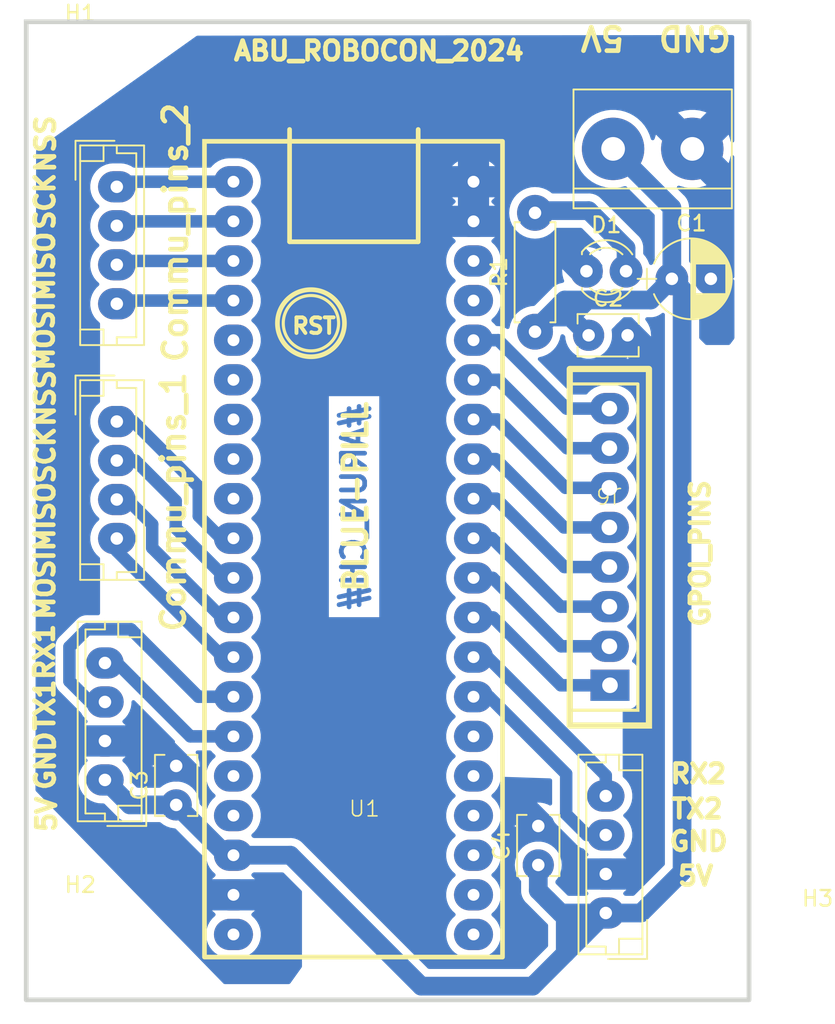
<source format=kicad_pcb>
(kicad_pcb (version 20221018) (generator pcbnew)
  (layers (0 "F.Cu" signal) (31 "B.Cu" signal) (34 "B.Paste" user) (35 "F.Paste" user) (36 "B.SilkS" user "B.Silkscreen") (37 "F.SilkS" user "F.Silkscreen") (38 "B.Mask" user) (39 "F.Mask" user) (44 "Edge.Cuts" user))
  (net 0 "")
  (net 1 "GND")
  (net 2 "Net-(D1-A)")
  (net 3 "/RX1")
  (net 4 "/TX1")
  (net 5 "/RX2")
  (net 6 "/TX2")
  (net 7 "/MOSI1")
  (net 8 "/MISO1")
  (net 9 "/SCK1")
  (net 10 "/NSS1")
  (net 11 "/MOSI2")
  (net 12 "/MISO2")
  (net 13 "/SCK2")
  (net 14 "/NSS2")
  (net 15 "Net-(J6-Pin_1)")
  (net 16 "Net-(J6-Pin_2)")
  (net 17 "Net-(J6-Pin_3)")
  (net 18 "Net-(J6-Pin_4)")
  (net 19 "Net-(J6-Pin_5)")
  (net 20 "Net-(J6-Pin_6)")
  (net 21 "Net-(J6-Pin_7)")
  (net 22 "Net-(J6-Pin_8)")
  (net 39 "/5v")
  (footprint "bluepill:bluepill" (layer "F.Cu") (at 97.785 50.485)
    (fp_text reference "U1" (at 0.2 30.3 unlocked) (layer "F.SilkS") (effects (font (thickness 0.1))))
    (fp_text value "~")
    (fp_text user "RST" (at -4.56 -0.07 unlocked) (layer "F.SilkS") (effects (font (thickness 0.25) bold) (justify left bottom)))
    (fp_line (start -4.6 -13.25) (end -4.6 -6.05) (stroke (width 0.3)) (layer "F.SilkS"))
    (fp_line (start -4.6 -6.05) (end 3.65 -6.05) (stroke (width 0.3)) (layer "F.SilkS"))
    (fp_line (start 3.65 -6.05) (end 3.65 -13.25) (stroke (width 0.3)) (layer "F.SilkS"))
    (fp_rect (start -10.06 -12.49) (end 9.06 39.81) (stroke (width 0.3)) (fill none) (layer "F.SilkS"))
    (fp_circle (center -3.23 -0.83) (end -1.454951 -0.83) (stroke (width 0.2)) (fill none) (layer "F.SilkS"))
    (fp_circle (center -3.23 -0.83) (end -1.078884 -0.83) (stroke (width 0.3)) (fill none) (layer "F.SilkS"))
    (pad "1" thru_hole oval (at -8.2 -9.9) (size 2.5 2) (drill 0.762) (layers "*.Cu" "*.Mask") (net 14 "/NSS2"))
    (pad "2" thru_hole oval (at -8.2 -7.36) (size 2.5 2) (drill 0.762) (layers "*.Cu" "*.Mask") (net 13 "/SCK2"))
    (pad "3" thru_hole oval (at -8.2 -4.82) (size 2.5 2) (drill 0.762) (layers "*.Cu" "*.Mask") (net 12 "/MISO2"))
    (pad "4" thru_hole oval (at -8.2 -2.28) (size 2.5 2) (drill 0.762) (layers "*.Cu" "*.Mask") (net 11 "/MOSI2"))
    (pad "5" thru_hole oval (at -8.2 0.26) (size 2.5 2) (drill 0.762) (layers "*.Cu" "*.Mask"))
    (pad "6" thru_hole oval (at -8.2 2.8) (size 2.5 2) (drill 0.762) (layers "*.Cu" "*.Mask"))
    (pad "7" thru_hole oval (at -8.2 5.34) (size 2.5 2) (drill 0.762) (layers "*.Cu" "*.Mask"))
    (pad "8" thru_hole oval (at -8.2 7.88) (size 2.5 2) (drill 0.762) (layers "*.Cu" "*.Mask"))
    (pad "9" thru_hole oval (at -8.2 10.42) (size 2.5 2) (drill 0.762) (layers "*.Cu" "*.Mask"))
    (pad "10" thru_hole oval (at -8.2 12.96) (size 2.5 2) (drill 0.762) (layers "*.Cu" "*.Mask") (net 10 "/NSS1"))
    (pad "11" thru_hole oval (at -8.2 15.5) (size 2.5 2) (drill 0.762) (layers "*.Cu" "*.Mask") (net 9 "/SCK1"))
    (pad "12" thru_hole oval (at -8.2 18.04) (size 2.5 2) (drill 0.762) (layers "*.Cu" "*.Mask") (net 8 "/MISO1"))
    (pad "13" thru_hole oval (at -8.2 20.58) (size 2.5 2) (drill 0.762) (layers "*.Cu" "*.Mask") (net 7 "/MOSI1"))
    (pad "14" thru_hole oval (at -8.2 23.12) (size 2.5 2) (drill 0.762) (layers "*.Cu" "*.Mask") (net 4 "/TX1"))
    (pad "15" thru_hole oval (at -8.2 25.66) (size 2.5 2) (drill 0.762) (layers "*.Cu" "*.Mask") (net 3 "/RX1"))
    (pad "16" thru_hole oval (at -8.2 28.2) (size 2.5 2) (drill 0.762) (layers "*.Cu" "*.Mask"))
    (pad "17" thru_hole oval (at -8.2 30.74) (size 2.5 2) (drill 0.762) (layers "*.Cu" "*.Mask"))
    (pad "18" thru_hole oval (at -8.2 33.28) (size 2.5 2) (drill 0.762) (layers "*.Cu" "*.Mask") (net 39 "/5v"))
    (pad "19" thru_hole oval (at -8.2 35.82) (size 2.5 2) (drill 0.762) (layers "*.Cu" "*.Mask") (net 1 "GND"))
    (pad "20" thru_hole oval (at -8.2 38.36) (size 2.5 2) (drill 0.762) (layers "*.Cu" "*.Mask"))
    (pad "21" thru_hole oval (at 7.2 38.36) (size 2.5 2) (drill 0.762) (layers "*.Cu" "*.Mask"))
    (pad "22" thru_hole oval (at 7.2 35.82) (size 2.5 2) (drill 0.762) (layers "*.Cu" "*.Mask"))
    (pad "23" thru_hole oval (at 7.2 33.28) (size 2.5 2) (drill 0.762) (layers "*.Cu" "*.Mask"))
    (pad "24" thru_hole oval (at 7.2 30.74) (size 2.5 2) (drill 0.762) (layers "*.Cu" "*.Mask"))
    (pad "25" thru_hole oval (at 7.2 28.2) (size 2.5 2) (drill 0.762) (layers "*.Cu" "*.Mask"))
    (pad "26" thru_hole oval (at 7.2 25.66) (size 2.5 2) (drill 0.762) (layers "*.Cu" "*.Mask"))
    (pad "27" thru_hole oval (at 7.2 23.12) (size 2.5 2) (drill 0.762) (layers "*.Cu" "*.Mask") (net 6 "/TX2"))
    (pad "28" thru_hole oval (at 7.2 20.58) (size 2.5 2) (drill 0.762) (layers "*.Cu" "*.Mask") (net 5 "/RX2"))
    (pad "29" thru_hole oval (at 7.2 18.04) (size 2.5 2) (drill 0.762) (layers "*.Cu" "*.Mask") (net 15 "Net-(J6-Pin_1)"))
    (pad "30" thru_hole oval (at 7.2 15.5) (size 2.5 2) (drill 0.762) (layers "*.Cu" "*.Mask") (net 16 "Net-(J6-Pin_2)"))
    (pad "31" thru_hole oval (at 7.2 12.96) (size 2.5 2) (drill 0.762) (layers "*.Cu" "*.Mask") (net 17 "Net-(J6-Pin_3)"))
    (pad "32" thru_hole oval (at 7.2 10.42) (size 2.5 2) (drill 0.762) (layers "*.Cu" "*.Mask") (net 18 "Net-(J6-Pin_4)"))
    (pad "33" thru_hole oval (at 7.2 7.88) (size 2.5 2) (drill 0.762) (layers "*.Cu" "*.Mask") (net 19 "Net-(J6-Pin_5)"))
    (pad "34" thru_hole oval (at 7.2 5.34) (size 2.5 2) (drill 0.762) (layers "*.Cu" "*.Mask") (net 20 "Net-(J6-Pin_6)"))
    (pad "35" thru_hole oval (at 7.2 2.8) (size 2.5 2) (drill 0.762) (layers "*.Cu" "*.Mask") (net 21 "Net-(J6-Pin_7)"))
    (pad "36" thru_hole oval (at 7.2 0.26) (size 2.5 2) (drill 0.762) (layers "*.Cu" "*.Mask") (net 22 "Net-(J6-Pin_8)"))
    (pad "37" thru_hole oval (at 7.2 -2.28) (size 2.5 2) (drill 0.762) (layers "*.Cu" "*.Mask"))
    (pad "38" thru_hole oval (at 7.2 -4.82) (size 2.5 2) (drill 0.762) (layers "*.Cu" "*.Mask"))
    (pad "39" thru_hole oval (at 7.2 -7.36) (size 2.5 2) (drill 0.762) (layers "*.Cu" "*.Mask") (net 1 "GND"))
    (pad "40" thru_hole oval (at 7.2 -9.9) (size 2.5 2) (drill 0.762) (layers "*.Cu" "*.Mask") (net 1 "GND"))
  )
  (footprint "MY_LIB:bornier2" (layer "F.Cu") (at 113.94 38.48)
    (fp_text reference "J1" hide)
    (fp_text value "Conn_01x02_Pin")
    (fp_line (start -2.54 -3.81) (end -2.54 3.81) (stroke (width 0.12)) (layer "F.SilkS"))
    (fp_line (start -2.54 3.81) (end 7.62 3.81) (stroke (width 0.12)) (layer "F.SilkS"))
    (fp_line (start 7.62 -3.81) (end -2.54 -3.81) (stroke (width 0.12)) (layer "F.SilkS"))
    (fp_line (start 7.62 2.54) (end -2.54 2.54) (stroke (width 0.12)) (layer "F.SilkS"))
    (fp_line (start 7.62 3.81) (end 7.62 -3.81) (stroke (width 0.12)) (layer "F.SilkS"))
    (pad "1" thru_hole circle (at 0 0) (size 4 4) (drill 1.52) (layers "*.Cu" "*.Mask") (net 39 "/5v"))
    (pad "2" thru_hole circle (at 5.08 0) (size 4 4) (drill 1.52) (layers "*.Cu" "*.Mask") (net 1 "GND"))
  )
  (footprint "MY_LIB:LED_D3.0mm" (layer "F.Cu") (at 112.23 46.32)
    (fp_text reference "D1" (at 1.27 -2.96) (layer "F.SilkS"))
    (fp_text value "LED")
    (fp_line (start -0.29 -1.236) (end -0.29 -1.08) (stroke (width 0.12)) (layer "F.SilkS"))
    (fp_line (start -0.29 1.08) (end -0.29 1.236) (stroke (width 0.12)) (layer "F.SilkS"))
    (fp_arc (start -0.29 -1.235516) (mid 1.366487 -1.987659) (end 2.942335 -1.078608) (stroke (width 0.12)) (layer "F.SilkS"))
    (fp_arc (start 0.229039 -1.08) (mid 1.270117 -1.5) (end 2.31113 -1.079837) (stroke (width 0.12)) (layer "F.SilkS"))
    (fp_arc (start 2.31113 1.079837) (mid 1.270117 1.5) (end 0.229039 1.08) (stroke (width 0.12)) (layer "F.SilkS"))
    (fp_arc (start 2.942335 1.078608) (mid 1.366487 1.987659) (end -0.29 1.235516) (stroke (width 0.12)) (layer "F.SilkS"))
    (pad "1" thru_hole circle (at 0 0) (size 2.1 2.1) (drill 0.8) (layers "*.Cu" "*.Mask") (net 1 "GND"))
    (pad "2" thru_hole circle (at 2.54 0) (size 2.1 2.1) (drill 0.8) (layers "*.Cu" "*.Mask") (net 2 "Net-(D1-A)"))
  )
  (footprint "MY_LIB:Capacitor_Disc_Small" (layer "F.Cu") (at 112.37 50.43)
    (fp_text reference "C2" (at 1.25 -2.36) (layer "F.SilkS"))
    (fp_text value "C")
    (fp_line (start -0.71 -1.36) (end -0.71 -0.75) (stroke (width 0.12)) (layer "F.SilkS"))
    (fp_line (start -0.71 -1.36) (end 3.21 -1.36) (stroke (width 0.12)) (layer "F.SilkS"))
    (fp_line (start -0.71 0.75) (end -0.71 1.36) (stroke (width 0.12)) (layer "F.SilkS"))
    (fp_line (start -0.71 1.36) (end 3.21 1.36) (stroke (width 0.12)) (layer "F.SilkS"))
    (fp_line (start 3.21 -1.36) (end 3.21 -0.75) (stroke (width 0.12)) (layer "F.SilkS"))
    (fp_line (start 3.21 0.75) (end 3.21 1.36) (stroke (width 0.12)) (layer "F.SilkS"))
    (pad "1" thru_hole circle (at 0 0) (size 2 2) (drill 0.8) (layers "*.Cu" "*.Mask") (net 39 "/5v"))
    (pad "2" thru_hole circle (at 2.5 0) (size 2 2) (drill 0.8) (layers "*.Cu" "*.Mask") (net 1 "GND"))
  )
  (footprint "MY_LIB:Capacitor_Disc_Small" (layer "F.Cu") (at 85.91 80.54 90)
    (fp_text reference "C3" (at 1.25 -2.36 90) (layer "F.SilkS"))
    (fp_text value "C")
    (fp_line (start -0.71 -1.36) (end -0.71 -0.75) (stroke (width 0.12)) (layer "F.SilkS"))
    (fp_line (start -0.71 -1.36) (end 3.21 -1.36) (stroke (width 0.12)) (layer "F.SilkS"))
    (fp_line (start -0.71 0.75) (end -0.71 1.36) (stroke (width 0.12)) (layer "F.SilkS"))
    (fp_line (start -0.71 1.36) (end 3.21 1.36) (stroke (width 0.12)) (layer "F.SilkS"))
    (fp_line (start 3.21 -1.36) (end 3.21 -0.75) (stroke (width 0.12)) (layer "F.SilkS"))
    (fp_line (start 3.21 0.75) (end 3.21 1.36) (stroke (width 0.12)) (layer "F.SilkS"))
    (pad "1" thru_hole circle (at 0 0 90) (size 2 2) (drill 0.8) (layers "*.Cu" "*.Mask") (net 39 "/5v"))
    (pad "2" thru_hole circle (at 2.5 0 90) (size 2 2) (drill 0.8) (layers "*.Cu" "*.Mask") (net 1 "GND"))
  )
  (footprint "MY_LIB:jst_4" (layer "F.Cu") (at 82.1 55.96 -90)
    (fp_text reference "J4" hide)
    (fp_text value "Conn_01x04_Pin")
    (fp_line (start -2.95 0.15) (end -2.95 2.65) (stroke (width 0.12)) (layer "F.SilkS"))
    (fp_line (start -2.95 2.65) (end -0.45 2.65) (stroke (width 0.12)) (layer "F.SilkS"))
    (fp_line (start -2.65 -1.75) (end -2.65 2.35) (stroke (width 0.12)) (layer "F.SilkS"))
    (fp_line (start -2.65 0) (end -2.15 0) (stroke (width 0.12)) (layer "F.SilkS"))
    (fp_line (start -2.65 0.85) (end -1.65 0.85) (stroke (width 0.12)) (layer "F.SilkS"))
    (fp_line (start -2.65 2.35) (end 10.15 2.35) (stroke (width 0.12)) (layer "F.SilkS"))
    (fp_line (start -2.15 -1.25) (end 9.65 -1.25) (stroke (width 0.12)) (layer "F.SilkS"))
    (fp_line (start -2.15 0) (end -2.15 -1.25) (stroke (width 0.12)) (layer "F.SilkS"))
    (fp_line (start -1.65 0.85) (end -1.65 2.35) (stroke (width 0.12)) (layer "F.SilkS"))
    (fp_line (start 9.15 0.85) (end 9.15 2.35) (stroke (width 0.12)) (layer "F.SilkS"))
    (fp_line (start 9.65 -1.25) (end 9.65 0) (stroke (width 0.12)) (layer "F.SilkS"))
    (fp_line (start 9.65 0) (end 10.15 0) (stroke (width 0.12)) (layer "F.SilkS"))
    (fp_line (start 10.15 -1.75) (end -2.65 -1.75) (stroke (width 0.12)) (layer "F.SilkS"))
    (fp_line (start 10.15 0.85) (end 9.15 0.85) (stroke (width 0.12)) (layer "F.SilkS"))
    (fp_line (start 10.15 2.35) (end 10.15 -1.75) (stroke (width 0.12)) (layer "F.SilkS"))
    (pad "1" thru_hole oval (at 0 0 270) (size 2 2.4) (drill 0.8) (layers "*.Cu" "*.Mask") (net 10 "/NSS1"))
    (pad "2" thru_hole oval (at 2.5 0 270) (size 2 2.4) (drill 0.8) (layers "*.Cu" "*.Mask") (net 9 "/SCK1"))
    (pad "3" thru_hole oval (at 5 0 270) (size 2 2.4) (drill 0.8) (layers "*.Cu" "*.Mask") (net 8 "/MISO1"))
    (pad "4" thru_hole oval (at 7.5 0 270) (size 2 2.4) (drill 0.8) (layers "*.Cu" "*.Mask") (net 7 "/MOSI1"))
  )
  (footprint "MY_LIB:jst_4" (layer "F.Cu") (at 81.34 78.94 90)
    (fp_text reference "J2" hide)
    (fp_text value "Conn_01x04_Pin")
    (fp_line (start -2.95 0.15) (end -2.95 2.65) (stroke (width 0.12)) (layer "F.SilkS"))
    (fp_line (start -2.95 2.65) (end -0.45 2.65) (stroke (width 0.12)) (layer "F.SilkS"))
    (fp_line (start -2.65 -1.75) (end -2.65 2.35) (stroke (width 0.12)) (layer "F.SilkS"))
    (fp_line (start -2.65 0) (end -2.15 0) (stroke (width 0.12)) (layer "F.SilkS"))
    (fp_line (start -2.65 0.85) (end -1.65 0.85) (stroke (width 0.12)) (layer "F.SilkS"))
    (fp_line (start -2.65 2.35) (end 10.15 2.35) (stroke (width 0.12)) (layer "F.SilkS"))
    (fp_line (start -2.15 -1.25) (end 9.65 -1.25) (stroke (width 0.12)) (layer "F.SilkS"))
    (fp_line (start -2.15 0) (end -2.15 -1.25) (stroke (width 0.12)) (layer "F.SilkS"))
    (fp_line (start -1.65 0.85) (end -1.65 2.35) (stroke (width 0.12)) (layer "F.SilkS"))
    (fp_line (start 9.15 0.85) (end 9.15 2.35) (stroke (width 0.12)) (layer "F.SilkS"))
    (fp_line (start 9.65 -1.25) (end 9.65 0) (stroke (width 0.12)) (layer "F.SilkS"))
    (fp_line (start 9.65 0) (end 10.15 0) (stroke (width 0.12)) (layer "F.SilkS"))
    (fp_line (start 10.15 -1.75) (end -2.65 -1.75) (stroke (width 0.12)) (layer "F.SilkS"))
    (fp_line (start 10.15 0.85) (end 9.15 0.85) (stroke (width 0.12)) (layer "F.SilkS"))
    (fp_line (start 10.15 2.35) (end 10.15 -1.75) (stroke (width 0.12)) (layer "F.SilkS"))
    (pad "1" thru_hole oval (at 0 0 90) (size 2 2.4) (drill 0.8) (layers "*.Cu" "*.Mask") (net 39 "/5v"))
    (pad "2" thru_hole oval (at 2.5 0 90) (size 2 2.4) (drill 0.8) (layers "*.Cu" "*.Mask") (net 1 "GND"))
    (pad "3" thru_hole oval (at 5 0 90) (size 2 2.4) (drill 0.8) (layers "*.Cu" "*.Mask") (net 4 "/TX1"))
    (pad "4" thru_hole oval (at 7.5 0 90) (size 2 2.4) (drill 0.8) (layers "*.Cu" "*.Mask") (net 3 "/RX1"))
  )
  (footprint "MY_LIB:jst_4" (layer "F.Cu") (at 113.47 87.47 90)
    (fp_text reference "J3" hide)
    (fp_text value "Conn_01x04_Pin")
    (fp_line (start -2.95 0.15) (end -2.95 2.65) (stroke (width 0.12)) (layer "F.SilkS"))
    (fp_line (start -2.95 2.65) (end -0.45 2.65) (stroke (width 0.12)) (layer "F.SilkS"))
    (fp_line (start -2.65 -1.75) (end -2.65 2.35) (stroke (width 0.12)) (layer "F.SilkS"))
    (fp_line (start -2.65 0) (end -2.15 0) (stroke (width 0.12)) (layer "F.SilkS"))
    (fp_line (start -2.65 0.85) (end -1.65 0.85) (stroke (width 0.12)) (layer "F.SilkS"))
    (fp_line (start -2.65 2.35) (end 10.15 2.35) (stroke (width 0.12)) (layer "F.SilkS"))
    (fp_line (start -2.15 -1.25) (end 9.65 -1.25) (stroke (width 0.12)) (layer "F.SilkS"))
    (fp_line (start -2.15 0) (end -2.15 -1.25) (stroke (width 0.12)) (layer "F.SilkS"))
    (fp_line (start -1.65 0.85) (end -1.65 2.35) (stroke (width 0.12)) (layer "F.SilkS"))
    (fp_line (start 9.15 0.85) (end 9.15 2.35) (stroke (width 0.12)) (layer "F.SilkS"))
    (fp_line (start 9.65 -1.25) (end 9.65 0) (stroke (width 0.12)) (layer "F.SilkS"))
    (fp_line (start 9.65 0) (end 10.15 0) (stroke (width 0.12)) (layer "F.SilkS"))
    (fp_line (start 10.15 -1.75) (end -2.65 -1.75) (stroke (width 0.12)) (layer "F.SilkS"))
    (fp_line (start 10.15 0.85) (end 9.15 0.85) (stroke (width 0.12)) (layer "F.SilkS"))
    (fp_line (start 10.15 2.35) (end 10.15 -1.75) (stroke (width 0.12)) (layer "F.SilkS"))
    (pad "1" thru_hole oval (at 0 0 90) (size 2 2.4) (drill 0.8) (layers "*.Cu" "*.Mask") (net 39 "/5v"))
    (pad "2" thru_hole oval (at 2.5 0 90) (size 2 2.4) (drill 0.8) (layers "*.Cu" "*.Mask") (net 1 "GND"))
    (pad "3" thru_hole oval (at 5 0 90) (size 2 2.4) (drill 0.8) (layers "*.Cu" "*.Mask") (net 6 "/TX2"))
    (pad "4" thru_hole oval (at 7.5 0 90) (size 2 2.4) (drill 0.8) (layers "*.Cu" "*.Mask") (net 5 "/RX2"))
  )
  (footprint "MountingHole:MountingHole_3mm" (layer "F.Cu") (at 79.756 89.662)
    (fp_text reference "H2" (at 0 -4) (layer "F.SilkS"))
    (fp_text value "MountingHole")
    (pad "" np_thru_hole circle (at 0 0) (size 3 3) (drill 3) (layers "*.Cu" "*.Mask"))
  )
  (footprint "MY_LIB:Resistor_small" (layer "F.Cu") (at 108.93 50.2 90)
    (fp_text reference "R1" (at 3.81 -2.31 90) (layer "F.SilkS"))
    (fp_text value "R")
    (fp_line (start 0.6 -1.31) (end 7.02 -1.31) (stroke (width 0.12)) (layer "F.SilkS"))
    (fp_line (start 0.6 -0.98) (end 0.6 -1.31) (stroke (width 0.12)) (layer "F.SilkS"))
    (fp_line (start 0.6 0.98) (end 0.6 1.31) (stroke (width 0.12)) (layer "F.SilkS"))
    (fp_line (start 0.6 1.31) (end 7.02 1.31) (stroke (width 0.12)) (layer "F.SilkS"))
    (fp_line (start 7.02 -1.31) (end 7.02 -0.98) (stroke (width 0.12)) (layer "F.SilkS"))
    (fp_line (start 7.02 1.31) (end 7.02 0.98) (stroke (width 0.12)) (layer "F.SilkS"))
    (pad "1" thru_hole circle (at 0 0 90) (size 2.3 2.3) (drill 0.8) (layers "*.Cu" "*.Mask") (net 39 "/5v"))
    (pad "2" thru_hole circle (at 7.62 0 90) (size 2.3 2.3) (drill 0.8) (layers "*.Cu" "*.Mask") (net 2 "Net-(D1-A)"))
  )
  (footprint "MY_LIB:Capacitor_10uF" (layer "F.Cu") (at 117.71 46.81)
    (fp_text reference "C1" (at 1.25 -3.56) (layer "F.SilkS"))
    (fp_text value "C")
    (fp_line (start -2.2 0) (end -1 0) (stroke (width 0.12)) (layer "F.SilkS"))
    (fp_line (start -1.6 -0.65) (end -1.6 0.65) (stroke (width 0.12)) (layer "F.SilkS"))
    (fp_line (start 1.25 -2.55) (end 1.25 2.55) (stroke (width 0.12)) (layer "F.SilkS"))
    (fp_line (start 1.29 -2.55) (end 1.29 2.55) (stroke (width 0.12)) (layer "F.SilkS"))
    (fp_line (start 1.33 -2.549) (end 1.33 2.549) (stroke (width 0.12)) (layer "F.SilkS"))
    (fp_line (start 1.37 -2.548) (end 1.37 2.548) (stroke (width 0.12)) (layer "F.SilkS"))
    (fp_line (start 1.41 -2.546) (end 1.41 2.546) (stroke (width 0.12)) (layer "F.SilkS"))
    (fp_line (start 1.45 -2.543) (end 1.45 2.543) (stroke (width 0.12)) (layer "F.SilkS"))
    (fp_line (start 1.49 -2.539) (end 1.49 2.539) (stroke (width 0.12)) (layer "F.SilkS"))
    (fp_line (start 1.53 -2.535) (end 1.53 -0.98) (stroke (width 0.12)) (layer "F.SilkS"))
    (fp_line (start 1.53 0.98) (end 1.53 2.535) (stroke (width 0.12)) (layer "F.SilkS"))
    (fp_line (start 1.57 -2.531) (end 1.57 -0.98) (stroke (width 0.12)) (layer "F.SilkS"))
    (fp_line (start 1.57 0.98) (end 1.57 2.531) (stroke (width 0.12)) (layer "F.SilkS"))
    (fp_line (start 1.61 -2.525) (end 1.61 -0.98) (stroke (width 0.12)) (layer "F.SilkS"))
    (fp_line (start 1.61 0.98) (end 1.61 2.525) (stroke (width 0.12)) (layer "F.SilkS"))
    (fp_line (start 1.65 -2.519) (end 1.65 -0.98) (stroke (width 0.12)) (layer "F.SilkS"))
    (fp_line (start 1.65 0.98) (end 1.65 2.519) (stroke (width 0.12)) (layer "F.SilkS"))
    (fp_line (start 1.69 -2.513) (end 1.69 -0.98) (stroke (width 0.12)) (layer "F.SilkS"))
    (fp_line (start 1.69 0.98) (end 1.69 2.513) (stroke (width 0.12)) (layer "F.SilkS"))
    (fp_line (start 1.73 -2.506) (end 1.73 -0.98) (stroke (width 0.12)) (layer "F.SilkS"))
    (fp_line (start 1.73 0.98) (end 1.73 2.506) (stroke (width 0.12)) (layer "F.SilkS"))
    (fp_line (start 1.77 -2.498) (end 1.77 -0.98) (stroke (width 0.12)) (layer "F.SilkS"))
    (fp_line (start 1.77 0.98) (end 1.77 2.498) (stroke (width 0.12)) (layer "F.SilkS"))
    (fp_line (start 1.81 -2.489) (end 1.81 -0.98) (stroke (width 0.12)) (layer "F.SilkS"))
    (fp_line (start 1.81 0.98) (end 1.81 2.489) (stroke (width 0.12)) (layer "F.SilkS"))
    (fp_line (start 1.85 -2.48) (end 1.85 -0.98) (stroke (width 0.12)) (layer "F.SilkS"))
    (fp_line (start 1.85 0.98) (end 1.85 2.48) (stroke (width 0.12)) (layer "F.SilkS"))
    (fp_line (start 1.89 -2.47) (end 1.89 -0.98) (stroke (width 0.12)) (layer "F.SilkS"))
    (fp_line (start 1.89 0.98) (end 1.89 2.47) (stroke (width 0.12)) (layer "F.SilkS"))
    (fp_line (start 1.93 -2.46) (end 1.93 -0.98) (stroke (width 0.12)) (layer "F.SilkS"))
    (fp_line (start 1.93 0.98) (end 1.93 2.46) (stroke (width 0.12)) (layer "F.SilkS"))
    (fp_line (start 1.971 -2.448) (end 1.971 -0.98) (stroke (width 0.12)) (layer "F.SilkS"))
    (fp_line (start 1.971 0.98) (end 1.971 2.448) (stroke (width 0.12)) (layer "F.SilkS"))
    (fp_line (start 2.011 -2.436) (end 2.011 -0.98) (stroke (width 0.12)) (layer "F.SilkS"))
    (fp_line (start 2.011 0.98) (end 2.011 2.436) (stroke (width 0.12)) (layer "F.SilkS"))
    (fp_line (start 2.051 -2.424) (end 2.051 -0.98) (stroke (width 0.12)) (layer "F.SilkS"))
    (fp_line (start 2.051 0.98) (end 2.051 2.424) (stroke (width 0.12)) (layer "F.SilkS"))
    (fp_line (start 2.091 -2.41) (end 2.091 -0.98) (stroke (width 0.12)) (layer "F.SilkS"))
    (fp_line (start 2.091 0.98) (end 2.091 2.41) (stroke (width 0.12)) (layer "F.SilkS"))
    (fp_line (start 2.131 -2.396) (end 2.131 -0.98) (stroke (width 0.12)) (layer "F.SilkS"))
    (fp_line (start 2.131 0.98) (end 2.131 2.396) (stroke (width 0.12)) (layer "F.SilkS"))
    (fp_line (start 2.171 -2.382) (end 2.171 -0.98) (stroke (width 0.12)) (layer "F.SilkS"))
    (fp_line (start 2.171 0.98) (end 2.171 2.382) (stroke (width 0.12)) (layer "F.SilkS"))
    (fp_line (start 2.211 -2.366) (end 2.211 -0.98) (stroke (width 0.12)) (layer "F.SilkS"))
    (fp_line (start 2.211 0.98) (end 2.211 2.366) (stroke (width 0.12)) (layer "F.SilkS"))
    (fp_line (start 2.251 -2.35) (end 2.251 -0.98) (stroke (width 0.12)) (layer "F.SilkS"))
    (fp_line (start 2.251 0.98) (end 2.251 2.35) (stroke (width 0.12)) (layer "F.SilkS"))
    (fp_line (start 2.291 -2.333) (end 2.291 -0.98) (stroke (width 0.12)) (layer "F.SilkS"))
    (fp_line (start 2.291 0.98) (end 2.291 2.333) (stroke (width 0.12)) (layer "F.SilkS"))
    (fp_line (start 2.331 -2.315) (end 2.331 -0.98) (stroke (width 0.12)) (layer "F.SilkS"))
    (fp_line (start 2.331 0.98) (end 2.331 2.315) (stroke (width 0.12)) (layer "F.SilkS"))
    (fp_line (start 2.371 -2.296) (end 2.371 -0.98) (stroke (width 0.12)) (layer "F.SilkS"))
    (fp_line (start 2.371 0.98) (end 2.371 2.296) (stroke (width 0.12)) (layer "F.SilkS"))
    (fp_line (start 2.411 -2.276) (end 2.411 -0.98) (stroke (width 0.12)) (layer "F.SilkS"))
    (fp_line (start 2.411 0.98) (end 2.411 2.276) (stroke (width 0.12)) (layer "F.SilkS"))
    (fp_line (start 2.451 -2.256) (end 2.451 -0.98) (stroke (width 0.12)) (layer "F.SilkS"))
    (fp_line (start 2.451 0.98) (end 2.451 2.256) (stroke (width 0.12)) (layer "F.SilkS"))
    (fp_line (start 2.491 -2.234) (end 2.491 -0.98) (stroke (width 0.12)) (layer "F.SilkS"))
    (fp_line (start 2.491 0.98) (end 2.491 2.234) (stroke (width 0.12)) (layer "F.SilkS"))
    (fp_line (start 2.531 -2.212) (end 2.531 -0.98) (stroke (width 0.12)) (layer "F.SilkS"))
    (fp_line (start 2.531 0.98) (end 2.531 2.212) (stroke (width 0.12)) (layer "F.SilkS"))
    (fp_line (start 2.571 -2.189) (end 2.571 -0.98) (stroke (width 0.12)) (layer "F.SilkS"))
    (fp_line (start 2.571 0.98) (end 2.571 2.189) (stroke (width 0.12)) (layer "F.SilkS"))
    (fp_line (start 2.611 -2.165) (end 2.611 -0.98) (stroke (width 0.12)) (layer "F.SilkS"))
    (fp_line (start 2.611 0.98) (end 2.611 2.165) (stroke (width 0.12)) (layer "F.SilkS"))
    (fp_line (start 2.651 -2.14) (end 2.651 -0.98) (stroke (width 0.12)) (layer "F.SilkS"))
    (fp_line (start 2.651 0.98) (end 2.651 2.14) (stroke (width 0.12)) (layer "F.SilkS"))
    (fp_line (start 2.691 -2.113) (end 2.691 -0.98) (stroke (width 0.12)) (layer "F.SilkS"))
    (fp_line (start 2.691 0.98) (end 2.691 2.113) (stroke (width 0.12)) (layer "F.SilkS"))
    (fp_line (start 2.731 -2.086) (end 2.731 -0.98) (stroke (width 0.12)) (layer "F.SilkS"))
    (fp_line (start 2.731 0.98) (end 2.731 2.086) (stroke (width 0.12)) (layer "F.SilkS"))
    (fp_line (start 2.771 -2.058) (end 2.771 -0.98) (stroke (width 0.12)) (layer "F.SilkS"))
    (fp_line (start 2.771 0.98) (end 2.771 2.058) (stroke (width 0.12)) (layer "F.SilkS"))
    (fp_line (start 2.811 -2.028) (end 2.811 -0.98) (stroke (width 0.12)) (layer "F.SilkS"))
    (fp_line (start 2.811 0.98) (end 2.811 2.028) (stroke (width 0.12)) (layer "F.SilkS"))
    (fp_line (start 2.851 -1.997) (end 2.851 -0.98) (stroke (width 0.12)) (layer "F.SilkS"))
    (fp_line (start 2.851 0.98) (end 2.851 1.997) (stroke (width 0.12)) (layer "F.SilkS"))
    (fp_line (start 2.891 -1.965) (end 2.891 -0.98) (stroke (width 0.12)) (layer "F.SilkS"))
    (fp_line (start 2.891 0.98) (end 2.891 1.965) (stroke (width 0.12)) (layer "F.SilkS"))
    (fp_line (start 2.931 -1.932) (end 2.931 -0.98) (stroke (width 0.12)) (layer "F.SilkS"))
    (fp_line (start 2.931 0.98) (end 2.931 1.932) (stroke (width 0.12)) (layer "F.SilkS"))
    (fp_line (start 2.971 -1.897) (end 2.971 -0.98) (stroke (width 0.12)) (layer "F.SilkS"))
    (fp_line (start 2.971 0.98) (end 2.971 1.897) (stroke (width 0.12)) (layer "F.SilkS"))
    (fp_line (start 3.011 -1.861) (end 3.011 -0.98) (stroke (width 0.12)) (layer "F.SilkS"))
    (fp_line (start 3.011 0.98) (end 3.011 1.861) (stroke (width 0.12)) (layer "F.SilkS"))
    (fp_line (start 3.051 -1.823) (end 3.051 -0.98) (stroke (width 0.12)) (layer "F.SilkS"))
    (fp_line (start 3.051 0.98) (end 3.051 1.823) (stroke (width 0.12)) (layer "F.SilkS"))
    (fp_line (start 3.091 -1.783) (end 3.091 -0.98) (stroke (width 0.12)) (layer "F.SilkS"))
    (fp_line (start 3.091 0.98) (end 3.091 1.783) (stroke (width 0.12)) (layer "F.SilkS"))
    (fp_line (start 3.131 -1.742) (end 3.131 -0.98) (stroke (width 0.12)) (layer "F.SilkS"))
    (fp_line (start 3.131 0.98) (end 3.131 1.742) (stroke (width 0.12)) (layer "F.SilkS"))
    (fp_line (start 3.171 -1.699) (end 3.171 -0.98) (stroke (width 0.12)) (layer "F.SilkS"))
    (fp_line (start 3.171 0.98) (end 3.171 1.699) (stroke (width 0.12)) (layer "F.SilkS"))
    (fp_line (start 3.211 -1.654) (end 3.211 -0.98) (stroke (width 0.12)) (layer "F.SilkS"))
    (fp_line (start 3.211 0.98) (end 3.211 1.654) (stroke (width 0.12)) (layer "F.SilkS"))
    (fp_line (start 3.251 -1.606) (end 3.251 -0.98) (stroke (width 0.12)) (layer "F.SilkS"))
    (fp_line (start 3.251 0.98) (end 3.251 1.606) (stroke (width 0.12)) (layer "F.SilkS"))
    (fp_line (start 3.291 -1.556) (end 3.291 -0.98) (stroke (width 0.12)) (layer "F.SilkS"))
    (fp_line (start 3.291 0.98) (end 3.291 1.556) (stroke (width 0.12)) (layer "F.SilkS"))
    (fp_line (start 3.331 -1.504) (end 3.331 -0.98) (stroke (width 0.12)) (layer "F.SilkS"))
    (fp_line (start 3.331 0.98) (end 3.331 1.504) (stroke (width 0.12)) (layer "F.SilkS"))
    (fp_line (start 3.371 -1.448) (end 3.371 -0.98) (stroke (width 0.12)) (layer "F.SilkS"))
    (fp_line (start 3.371 0.98) (end 3.371 1.448) (stroke (width 0.12)) (layer "F.SilkS"))
    (fp_line (start 3.411 -1.39) (end 3.411 -0.98) (stroke (width 0.12)) (layer "F.SilkS"))
    (fp_line (start 3.411 0.98) (end 3.411 1.39) (stroke (width 0.12)) (layer "F.SilkS"))
    (fp_line (start 3.451 -1.327) (end 3.451 -0.98) (stroke (width 0.12)) (layer "F.SilkS"))
    (fp_line (start 3.451 0.98) (end 3.451 1.327) (stroke (width 0.12)) (layer "F.SilkS"))
    (fp_line (start 3.491 -1.261) (end 3.491 1.261) (stroke (width 0.12)) (layer "F.SilkS"))
    (fp_line (start 3.531 -1.189) (end 3.531 1.189) (stroke (width 0.12)) (layer "F.SilkS"))
    (fp_line (start 3.571 -1.112) (end 3.571 1.112) (stroke (width 0.12)) (layer "F.SilkS"))
    (fp_line (start 3.611 -1.028) (end 3.611 1.028) (stroke (width 0.12)) (layer "F.SilkS"))
    (fp_line (start 3.651 -0.934) (end 3.651 0.934) (stroke (width 0.12)) (layer "F.SilkS"))
    (fp_line (start 3.691 -0.829) (end 3.691 0.829) (stroke (width 0.12)) (layer "F.SilkS"))
    (fp_line (start 3.731 -0.707) (end 3.731 0.707) (stroke (width 0.12)) (layer "F.SilkS"))
    (fp_line (start 3.771 -0.559) (end 3.771 0.559) (stroke (width 0.12)) (layer "F.SilkS"))
    (fp_line (start 3.811 -0.354) (end 3.811 0.354) (stroke (width 0.12)) (layer "F.SilkS"))
    (fp_arc (start -1.147436 -0.98) (mid 1.249244 -2.59) (end 3.646863 -0.9814) (stroke (width 0.12)) (layer "F.SilkS"))
    (fp_arc (start 3.646863 0.9814) (mid 1.249244 2.59) (end -1.147436 0.98) (stroke (width 0.12)) (layer "F.SilkS"))
    (fp_arc (start 3.647436 -0.98) (mid 3.84 0.000756) (end 3.646863 0.9814) (stroke (width 0.12)) (layer "F.SilkS"))
    (pad "1" thru_hole circle (at 0 0) (size 2.1 2.1) (drill 0.8) (layers "*.Cu" "*.Mask") (net 39 "/5v"))
    (pad "2" thru_hole circle (at 2.5 0) (size 2.1 2.1) (drill 0.8) (layers "*.Cu" "*.Mask") (net 1 "GND"))
  )
  (footprint "MountingHole:MountingHole_3mm" (layer "F.Cu") (at 119.32 89.76)
    (fp_text reference "H3" (at 7.74 -3.22) (layer "F.SilkS"))
    (fp_text value "MountingHole")
    (pad "" np_thru_hole circle (at 0 0) (size 3 3) (drill 3) (layers "*.Cu" "*.Mask"))
  )
  (footprint "conn_1x08:conn_1x08" (layer "F.Cu") (at 113.7 60.21 180)
    (fp_text reference "J6" (at 0 -0.5 180 unlocked) (layer "F.SilkS") (effects (font (thickness 0.1))))
    (fp_text value "Conn_01x08_Pin")
    (fp_rect (start -2.54 -15.24) (end 2.54 7.62) (stroke (width 0.4)) (fill none) (layer "F.SilkS"))
    (fp_rect (start -1.83 -14.26) (end 2.46 6.66) (stroke (width 0.2)) (fill none) (layer "F.SilkS"))
    (pad "1" thru_hole rect (at -0.04 -12.66 180) (size 2.5 2) (drill 1) (layers "*.Cu" "*.Mask") (net 15 "Net-(J6-Pin_1)"))
    (pad "2" thru_hole oval (at 0 -10.16 180) (size 2.5 2) (drill 1) (layers "*.Cu" "*.Mask") (net 16 "Net-(J6-Pin_2)"))
    (pad "3" thru_hole oval (at 0 -7.62 180) (size 2.5 2) (drill 1) (layers "*.Cu" "*.Mask") (net 17 "Net-(J6-Pin_3)"))
    (pad "4" thru_hole oval (at 0 -5.08 180) (size 2.5 2) (drill 1) (layers "*.Cu" "*.Mask") (net 18 "Net-(J6-Pin_4)"))
    (pad "5" thru_hole oval (at 0 -2.54 180) (size 2.5 2) (drill 1) (layers "*.Cu" "*.Mask") (net 19 "Net-(J6-Pin_5)"))
    (pad "6" thru_hole oval (at 0 0 180) (size 2.5 2) (drill 1) (layers "*.Cu" "*.Mask") (net 20 "Net-(J6-Pin_6)"))
    (pad "7" thru_hole oval (at 0 2.54 180) (size 2.5 2) (drill 1) (layers "*.Cu" "*.Mask") (net 21 "Net-(J6-Pin_7)"))
    (pad "8" thru_hole oval (at 0 5.08 180) (size 2.5 2) (drill 1) (layers "*.Cu" "*.Mask") (net 22 "Net-(J6-Pin_8)"))
  )
  (footprint "MY_LIB:jst_4" (layer "F.Cu") (at 82.1 40.91 -90)
    (fp_text reference "J5" hide)
    (fp_text value "Conn_01x04_Pin")
    (fp_line (start -2.95 0.15) (end -2.95 2.65) (stroke (width 0.12)) (layer "F.SilkS"))
    (fp_line (start -2.95 2.65) (end -0.45 2.65) (stroke (width 0.12)) (layer "F.SilkS"))
    (fp_line (start -2.65 -1.75) (end -2.65 2.35) (stroke (width 0.12)) (layer "F.SilkS"))
    (fp_line (start -2.65 0) (end -2.15 0) (stroke (width 0.12)) (layer "F.SilkS"))
    (fp_line (start -2.65 0.85) (end -1.65 0.85) (stroke (width 0.12)) (layer "F.SilkS"))
    (fp_line (start -2.65 2.35) (end 10.15 2.35) (stroke (width 0.12)) (layer "F.SilkS"))
    (fp_line (start -2.15 -1.25) (end 9.65 -1.25) (stroke (width 0.12)) (layer "F.SilkS"))
    (fp_line (start -2.15 0) (end -2.15 -1.25) (stroke (width 0.12)) (layer "F.SilkS"))
    (fp_line (start -1.65 0.85) (end -1.65 2.35) (stroke (width 0.12)) (layer "F.SilkS"))
    (fp_line (start 9.15 0.85) (end 9.15 2.35) (stroke (width 0.12)) (layer "F.SilkS"))
    (fp_line (start 9.65 -1.25) (end 9.65 0) (stroke (width 0.12)) (layer "F.SilkS"))
    (fp_line (start 9.65 0) (end 10.15 0) (stroke (width 0.12)) (layer "F.SilkS"))
    (fp_line (start 10.15 -1.75) (end -2.65 -1.75) (stroke (width 0.12)) (layer "F.SilkS"))
    (fp_line (start 10.15 0.85) (end 9.15 0.85) (stroke (width 0.12)) (layer "F.SilkS"))
    (fp_line (start 10.15 2.35) (end 10.15 -1.75) (stroke (width 0.12)) (layer "F.SilkS"))
    (pad "1" thru_hole oval (at 0 0 270) (size 2 2.4) (drill 0.8) (layers "*.Cu" "*.Mask") (net 14 "/NSS2"))
    (pad "2" thru_hole oval (at 2.5 0 270) (size 2 2.4) (drill 0.8) (layers "*.Cu" "*.Mask") (net 13 "/SCK2"))
    (pad "3" thru_hole oval (at 5 0 270) (size 2 2.4) (drill 0.8) (layers "*.Cu" "*.Mask") (net 12 "/MISO2"))
    (pad "4" thru_hole oval (at 7.5 0 270) (size 2 2.4) (drill 0.8) (layers "*.Cu" "*.Mask") (net 11 "/MOSI2"))
  )
  (footprint "MountingHole:MountingHole_3mm" (layer "F.Cu") (at 79.756 33.782)
    (fp_text reference "H1" (at 0 -4) (layer "F.SilkS"))
    (fp_text value "MountingHole")
    (pad "" np_thru_hole circle (at 0 0) (size 3 3) (drill 3) (layers "*.Cu" "*.Mask"))
  )
  (footprint "MY_LIB:Capacitor_Disc_Small" (layer "F.Cu") (at 109.14 84.39 90)
    (fp_text reference "C4" (at 1.25 -2.36 90) (layer "F.SilkS"))
    (fp_text value "C")
    (fp_line (start -0.71 -1.36) (end -0.71 -0.75) (stroke (width 0.12)) (layer "F.SilkS"))
    (fp_line (start -0.71 -1.36) (end 3.21 -1.36) (stroke (width 0.12)) (layer "F.SilkS"))
    (fp_line (start -0.71 0.75) (end -0.71 1.36) (stroke (width 0.12)) (layer "F.SilkS"))
    (fp_line (start -0.71 1.36) (end 3.21 1.36) (stroke (width 0.12)) (layer "F.SilkS"))
    (fp_line (start 3.21 -1.36) (end 3.21 -0.75) (stroke (width 0.12)) (layer "F.SilkS"))
    (fp_line (start 3.21 0.75) (end 3.21 1.36) (stroke (width 0.12)) (layer "F.SilkS"))
    (pad "1" thru_hole circle (at 0 0 90) (size 2 2) (drill 0.8) (layers "*.Cu" "*.Mask") (net 39 "/5v"))
    (pad "2" thru_hole circle (at 2.5 0 90) (size 2 2) (drill 0.8) (layers "*.Cu" "*.Mask") (net 1 "GND"))
  )
  (gr_rect (start 76.288 30.33) (end 122.66 93.04) (stroke (width 0.3)) (fill none) (layer "Edge.Cuts"))
  (gr_text "#ARUN_CH#" (at 98.2 54.65 90) (layer "B.Cu") (effects (font (size 1.5 1.5) (thickness 0.3) bold) (justify left bottom mirror)))
  (gr_text "NSS" (at 78.232 40.132 90) (layer "F.SilkS") (effects (font (size 1.2 1.2) (thickness 0.3) bold) (justify left bottom)))
  (gr_text "GND" (at 78.22 79.73 90) (layer "F.SilkS") (effects (font (size 1.2 1.2) (thickness 0.3) bold) (justify left bottom)))
  (gr_text "RX1\n" (at 78.16 72.67 90) (layer "F.SilkS") (effects (font (size 1.2 1.2) (thickness 0.3) bold) (justify left bottom)))
  (gr_text "Commu_pins_1\n\n\n" (at 91.44 69.596 90) (layer "F.SilkS") (effects (font (size 1.5 1.5) (thickness 0.3) bold) (justify left bottom)))
  (gr_text "5V\n" (at 78.3 82.42 90) (layer "F.SilkS") (effects (font (size 1.2 1.2) (thickness 0.3) bold) (justify left bottom)))
  (gr_text "GPOI_PINS\n" (at 120.23 69.27 90) (layer "F.SilkS") (effects (font (size 1.2 1.2) (thickness 0.3) bold) (justify left bottom)))
  (gr_text "Commu_pins_2\n\n" (at 89.154 52.324 90) (layer "F.SilkS") (effects (font (size 1.5 1.5) (thickness 0.3) bold) (justify left bottom)))
  (gr_text "ABU_ROBOCON_2024" (at 89.46 32.9) (layer "F.SilkS") (effects (font (size 1.2 1.2) (thickness 0.3) bold) (justify left bottom)))
  (gr_text "GND\n" (at 121.666 30.48 180) (layer "F.SilkS") (effects (font (size 1.5 1.5) (thickness 0.3) bold) (justify left bottom)))
  (gr_text "5V" (at 114.808 30.48 180) (layer "F.SilkS") (effects (font (size 1.5 1.5) (thickness 0.3) bold) (justify left bottom)))
  (gr_text "TX1\n" (at 78.19 75.94 90) (layer "F.SilkS") (effects (font (size 1.2 1.2) (thickness 0.3) bold) (justify left bottom)))
  (gr_text "5V\n" (at 117.95 85.8) (layer "F.SilkS") (effects (font (size 1.2 1.2) (thickness 0.3) bold) (justify left bottom)))
  (gr_text "MOSI\n" (at 78.19 68.81 90) (layer "F.SilkS") (effects (font (size 1.2 1.2) (thickness 0.3) bold) (justify left bottom)))
  (gr_text "TX2\n\n" (at 117.53 83.43) (layer "F.SilkS") (effects (font (size 1.2 1.2) (thickness 0.3) bold) (justify left bottom)))
  (gr_text "MISO\n" (at 78.17 48.38 90) (layer "F.SilkS") (effects (font (size 1.2 1.2) (thickness 0.3) bold) (justify left bottom)))
  (gr_text "SCK\n\n" (at 80.14 60.08 90) (layer "F.SilkS") (effects (font (size 1.2 1.2) (thickness 0.3) bold) (justify left bottom)))
  (gr_text "GND" (at 117.4 83.58) (layer "F.SilkS") (effects (font (size 1.2 1.2) (thickness 0.3) bold) (justify left bottom)))
  (gr_text "RX2\n\n" (at 117.47 81.18) (layer "F.SilkS") (effects (font (size 1.2 1.2) (thickness 0.3) bold) (justify left bottom)))
  (gr_text "BLUE-PILL\n" (at 98.298 67.056 90) (layer "F.SilkS") (effects (font (size 1.5 1.5) (thickness 0.3) bold) (justify left bottom)))
  (gr_text "MISO\n" (at 78.19 64.43 90) (layer "F.SilkS") (effects (font (size 1.2 1.2) (thickness 0.3) bold) (justify left bottom)))
  (gr_text "MOSI\n" (at 78.15 52.84 90) (layer "F.SilkS") (effects (font (size 1.2 1.2) (thickness 0.3) bold) (justify left bottom)))
  (gr_text "SCK\n\n" (at 80.13 43.81 90) (layer "F.SilkS") (effects (font (size 1.2 1.2) (thickness 0.3) bold) (justify left bottom)))
  (gr_text "NSS" (at 78.21 56.44 90) (layer "F.SilkS") (effects (font (size 1.2 1.2) (thickness 0.3) bold) (justify left bottom)))
  (segment (start 114.77 46.32) (end 114.77 44.835076) (width 1.2) (layer "B.Cu") (net 2))
  (segment (start 114.77 44.835076) (end 112.374924 42.44) (width 1.2) (layer "B.Cu") (net 2))
  (segment (start 109.07 42.44) (end 108.93 42.58) (width 1.2) (layer "B.Cu") (net 2))
  (segment (start 112.374924 42.44) (end 109.07 42.44) (width 1.2) (layer "B.Cu") (net 2))
  (segment (start 88.855 76.145) (end 89.585 76.145) (width 0.8) (layer "B.Cu") (net 3))
  (segment (start 86.815 76.145) (end 89.585 76.145) (width 0.8) (layer "B.Cu") (net 3))
  (segment (start 81.34 71.44) (end 82.11 71.44) (width 0.8) (layer "B.Cu") (net 3))
  (segment (start 82.11 71.44) (end 86.815 76.145) (width 0.8) (layer "B.Cu") (net 3))
  (segment (start 83.01 69.28) (end 80.19 69.28) (width 0.8) (layer "B.Cu") (net 4))
  (segment (start 79.06 70.41) (end 79.06 72.61) (width 0.8) (layer "B.Cu") (net 4))
  (segment (start 87.335 73.605) (end 83.01 69.28) (width 0.8) (layer "B.Cu") (net 4))
  (segment (start 80.39 73.94) (end 81.34 73.94) (width 0.8) (layer "B.Cu") (net 4))
  (segment (start 79.06 72.61) (end 80.39 73.94) (width 0.8) (layer "B.Cu") (net 4))
  (segment (start 80.19 69.28) (end 79.06 70.41) (width 0.8) (layer "B.Cu") (net 4))
  (segment (start 88.975 73.605) (end 89.585 73.605) (width 0.8) (layer "B.Cu") (net 4))
  (segment (start 89.585 73.605) (end 87.335 73.605) (width 0.8) (layer "B.Cu") (net 4))
  (segment (start 104.985 71.065) (end 105.885 71.065) (width 0.8) (layer "B.Cu") (net 5))
  (segment (start 105.885 71.065) (end 113.47 78.65) (width 0.8) (layer "B.Cu") (net 5))
  (segment (start 113.47 78.65) (end 113.47 79.97) (width 0.8) (layer "B.Cu") (net 5))
  (segment (start 104.985 73.605) (end 105.985 73.605) (width 0.8) (layer "B.Cu") (net 6))
  (segment (start 110.93 78.55) (end 110.93 81.14) (width 0.8) (layer "B.Cu") (net 6))
  (segment (start 112.26 82.47) (end 113.47 82.47) (width 0.8) (layer "B.Cu") (net 6))
  (segment (start 110.93 81.14) (end 112.26 82.47) (width 0.8) (layer "B.Cu") (net 6))
  (segment (start 105.985 73.605) (end 110.93 78.55) (width 0.8) (layer "B.Cu") (net 6))
  (segment (start 88.905 71.065) (end 89.585 71.065) (width 0.8) (layer "B.Cu") (net 7))
  (segment (start 82.1 63.46) (end 82.1 64.26) (width 0.8) (layer "B.Cu") (net 7))
  (segment (start 82.1 64.26) (end 88.905 71.065) (width 0.8) (layer "B.Cu") (net 7))
  (segment (start 82.1 60.96) (end 82.78 60.96) (width 0.8) (layer "B.Cu") (net 8))
  (segment (start 88.835 68.525) (end 89.585 68.525) (width 0.8) (layer "B.Cu") (net 8))
  (segment (start 84.37 62.55) (end 84.37 64.06) (width 0.8) (layer "B.Cu") (net 8))
  (segment (start 82.78 60.96) (end 84.37 62.55) (width 0.8) (layer "B.Cu") (net 8))
  (segment (start 84.37 64.06) (end 88.835 68.525) (width 0.8) (layer "B.Cu") (net 8))
  (segment (start 85.88 61.05) (end 85.88 62.8) (width 0.8) (layer "B.Cu") (net 9))
  (segment (start 89.065 65.985) (end 89.585 65.985) (width 0.8) (layer "B.Cu") (net 9))
  (segment (start 85.88 62.8) (end 89.065 65.985) (width 0.8) (layer "B.Cu") (net 9))
  (segment (start 82.1 58.46) (end 83.29 58.46) (width 0.8) (layer "B.Cu") (net 9))
  (segment (start 83.29 58.46) (end 85.88 61.05) (width 0.8) (layer "B.Cu") (net 9))
  (segment (start 88.785 63.445) (end 87.36 62.02) (width 0.8) (layer "B.Cu") (net 10))
  (segment (start 87.36 62.02) (end 87.36 60.15) (width 0.8) (layer "B.Cu") (net 10))
  (segment (start 89.585 63.445) (end 88.785 63.445) (width 0.8) (layer "B.Cu") (net 10))
  (segment (start 83.17 55.96) (end 82.1 55.96) (width 0.8) (layer "B.Cu") (net 10))
  (segment (start 87.36 60.15) (end 83.17 55.96) (width 0.8) (layer "B.Cu") (net 10))
  (segment (start 89.585 48.205) (end 82.305 48.205) (width 0.8) (layer "B.Cu") (net 11))
  (segment (start 82.305 48.205) (end 82.1 48.41) (width 0.8) (layer "B.Cu") (net 11))
  (segment (start 89.585 45.665) (end 82.345 45.665) (width 0.8) (layer "B.Cu") (net 12))
  (segment (start 82.345 45.665) (end 82.1 45.91) (width 0.8) (layer "B.Cu") (net 12))
  (segment (start 89.585 43.125) (end 82.385 43.125) (width 0.8) (layer "B.Cu") (net 13))
  (segment (start 82.385 43.125) (end 82.1 43.41) (width 0.8) (layer "B.Cu") (net 13))
  (segment (start 89.585 40.585) (end 82.425 40.585) (width 0.8) (layer "B.Cu") (net 14))
  (segment (start 82.425 40.585) (end 82.1 40.91) (width 0.8) (layer "B.Cu") (net 14))
  (segment (start 104.985 68.525) (end 106.245 68.525) (width 0.8) (layer "B.Cu") (net 15))
  (segment (start 106.245 68.525) (end 110.59 72.87) (width 0.8) (layer "B.Cu") (net 15))
  (segment (start 110.59 72.87) (end 113.74 72.87) (width 0.8) (layer "B.Cu") (net 15))
  (segment (start 110.6 70.37) (end 113.7 70.37) (width 0.8) (layer "B.Cu") (net 16))
  (segment (start 106.215 65.985) (end 110.6 70.37) (width 0.8) (layer "B.Cu") (net 16))
  (segment (start 104.985 65.985) (end 106.215 65.985) (width 0.8) (layer "B.Cu") (net 16))
  (segment (start 104.985 63.445) (end 106.185 63.445) (width 0.8) (layer "B.Cu") (net 17))
  (segment (start 106.185 63.445) (end 110.57 67.83) (width 0.8) (layer "B.Cu") (net 17))
  (segment (start 110.57 67.83) (end 113.7 67.83) (width 0.8) (layer "B.Cu") (net 17))
  (segment (start 104.985 60.905) (end 106.435 60.905) (width 0.8) (layer "B.Cu") (net 18))
  (segment (start 110.82 65.29) (end 113.7 65.29) (width 0.8) (layer "B.Cu") (net 18))
  (segment (start 106.435 60.905) (end 110.82 65.29) (width 0.8) (layer "B.Cu") (net 18))
  (segment (start 106.405 58.365) (end 110.79 62.75) (width 0.8) (layer "B.Cu") (net 19))
  (segment (start 104.985 58.365) (end 106.405 58.365) (width 0.8) (layer "B.Cu") (net 19))
  (segment (start 110.79 62.75) (end 113.7 62.75) (width 0.8) (layer "B.Cu") (net 19))
  (segment (start 104.985 55.825) (end 106.505 55.825) (width 0.8) (layer "B.Cu") (net 20))
  (segment (start 110.89 60.21) (end 113.7 60.21) (width 0.8) (layer "B.Cu") (net 20))
  (segment (start 106.505 55.825) (end 110.89 60.21) (width 0.8) (layer "B.Cu") (net 20))
  (segment (start 104.985 53.285) (end 106.595 53.285) (width 0.8) (layer "B.Cu") (net 21))
  (segment (start 106.595 53.285) (end 110.98 57.67) (width 0.8) (layer "B.Cu") (net 21))
  (segment (start 110.98 57.67) (end 113.7 57.67) (width 0.8) (layer "B.Cu") (net 21))
  (segment (start 110.96 55.13) (end 113.7 55.13) (width 0.8) (layer "B.Cu") (net 22))
  (segment (start 104.985 50.745) (end 106.575 50.745) (width 0.8) (layer "B.Cu") (net 22))
  (segment (start 106.575 50.745) (end 110.96 55.13) (width 0.8) (layer "B.Cu") (net 22))
  (segment (start 112.37 50.43) (end 111.2 49.26) (width 1.2) (layer "B.Cu") (net 39))
  (segment (start 113.47 87.47) (end 111.925 89.015) (width 1.2) (layer "B.Cu") (net 39))
  (segment (start 110.535 48.465) (end 108.93 50.07) (width 1.2) (layer "B.Cu") (net 39))
  (segment (start 118.364 84.836) (end 115.73 87.47) (width 1.2) (layer "B.Cu") (net 39))
  (segment (start 108.93 50.2) (end 109.87 49.26) (width 1.2) (layer "B.Cu") (net 39))
  (segment (start 108.979 91.961) (end 108.78 92.16) (width 1.2) (layer "B.Cu") (net 39))
  (segment (start 109.728 86.614) (end 110.871 87.757) (width 1.2) (layer "B.Cu") (net 39))
  (segment (start 115.73 87.47) (end 113.47 87.47) (width 1.2) (layer "B.Cu") (net 39))
  (segment (start 89.135 83.765) (end 85.91 80.54) (width 1.2) (layer "B.Cu") (net 39))
  (segment (start 85.91 80.54) (end 82.94 80.54) (width 1.2) (layer "B.Cu") (net 39))
  (segment (start 117.71 46.81) (end 118.364 47.464) (width 1.2) (layer "B.Cu") (net 39))
  (segment (start 111.925 89.015) (end 112.11 88.83) (width 1.2) (layer "B.Cu") (net 39))
  (segment (start 110.871 90.043) (end 110.871 87.757) (width 1.2) (layer "B.Cu") (net 39))
  (segment (start 113.94 38.48) (end 117.71 42.25) (width 1.2) (layer "B.Cu") (net 39))
  (segment (start 111.2 49.26) (end 112.29 48.17) (width 1.2) (layer "B.Cu") (net 39))
  (segment (start 110.83 48.17) (end 110.535 48.465) (width 1.2) (layer "B.Cu") (net 39))
  (segment (start 111.2 49.26) (end 110.535 48.595) (width 1.2) (layer "B.Cu") (net 39))
  (segment (start 109.87 49.26) (end 111.2 49.26) (width 1.2) (layer "B.Cu") (net 39))
  (segment (start 111.925 89.015) (end 111.773 89.167) (width 1.2) (layer "B.Cu") (net 39))
  (segment (start 118.364 47.464) (end 118.364 84.836) (width 1.2) (layer "B.Cu") (net 39))
  (segment (start 89.585 83.765) (end 89.135 83.765) (width 1.2) (layer "B.Cu") (net 39))
  (segment (start 112.29 48.17) (end 112.38 48.17) (width 1.2) (layer "B.Cu") (net 39))
  (segment (start 110.535 48.595) (end 110.535 48.465) (width 1.2) (layer "B.Cu") (net 39))
  (segment (start 108.93 50.07) (end 108.93 50.2) (width 1.2) (layer "B.Cu") (net 39))
  (segment (start 117.71 42.25) (end 117.71 46.81) (width 1.2) (layer "B.Cu") (net 39))
  (segment (start 111.773 88.659) (end 111.773 89.167) (width 1.2) (layer "B.Cu") (net 39))
  (segment (start 110.584 87.47) (end 109.728 86.614) (width 1.2) (layer "B.Cu") (net 39))
  (segment (start 116.35 48.17) (end 112.38 48.17) (width 1.2) (layer "B.Cu") (net 39))
  (segment (start 110.871 87.757) (end 111.773 88.659) (width 1.2) (layer "B.Cu") (net 39))
  (segment (start 109.14 84.39) (end 109.14 86.026) (width 1.2) (layer "B.Cu") (net 39))
  (segment (start 101.63 92.16) (end 93.235 83.765) (width 1.2) (layer "B.Cu") (net 39))
  (segment (start 113.47 87.47) (end 110.584 87.47) (width 1.2) (layer "B.Cu") (net 39))
  (segment (start 93.235 83.765) (end 89.585 83.765) (width 1.2) (layer "B.Cu") (net 39))
  (segment (start 112.38 48.17) (end 110.83 48.17) (width 1.2) (layer "B.Cu") (net 39))
  (segment (start 111.773 89.167) (end 110.884 90.056) (width 1.2) (layer "B.Cu") (net 39))
  (segment (start 117.71 46.81) (end 116.35 48.17) (width 1.2) (layer "B.Cu") (net 39))
  (segment (start 110.884 90.056) (end 108.979 91.961) (width 1.2) (layer "B.Cu") (net 39))
  (segment (start 82.94 80.54) (end 81.34 78.94) (width 1.2) (layer "B.Cu") (net 39))
  (segment (start 108.78 92.16) (end 101.63 92.16) (width 1.2) (layer "B.Cu") (net 39))
  (segment (start 109.14 86.026) (end 109.728 86.614) (width 1.2) (layer "B.Cu") (net 39))
  (segment (start 110.884 90.056) (end 110.871 90.043) (width 1.2) (layer "B.Cu") (net 39))
  (zone (net 0) (net_name "") (layer "B.Cu") (connect_pads (clearance 0)) (min_thickness 0.25)
    (keepout (tracks not_allowed) (vias not_allowed) (pads not_allowed) (copperpour not_allowed) (footprints allowed))
    (fill (thermal_gap 0.5) (thermal_bridge_width 2))
    (polygon (pts (xy 93.98 85.598) (xy 93.98 90.932) (xy 92.71 92.71) (xy 100.33 92.202)))
  )
  (zone (net 0) (net_name "") (layer "B.Cu") (connect_pads (clearance 0)) (min_thickness 0.25)
    (keepout (tracks not_allowed) (vias not_allowed) (pads not_allowed) (copperpour not_allowed) (footprints allowed))
    (fill (thermal_gap 0.5) (thermal_bridge_width 2))
    (polygon (pts (xy 81.026 49.276) (xy 81.026 70.358) (xy 89.916 73.914) (xy 89.154 48.26)))
  )
  (zone (net 0) (net_name "") (layer "B.Cu") (connect_pads (clearance 0)) (min_thickness 0.25)
    (keepout (tracks not_allowed) (vias not_allowed) (pads not_allowed) (copperpour not_allowed) (footprints allowed))
    (fill (thermal_gap 0.5) (thermal_bridge_width 2))
    (polygon (pts (xy 122.174 50.038) (xy 121.412 51.054) (xy 119.888 51.054) (xy 119.126 50.292) (xy 119.126 85.344) (xy 123.19 85.598)))
  )
  (zone (net 0) (net_name "") (layer "B.Cu") (connect_pads (clearance 0)) (min_thickness 0.25)
    (keepout (tracks not_allowed) (vias not_allowed) (pads not_allowed) (copperpour not_allowed) (footprints allowed))
    (fill (thermal_gap 0.5) (thermal_bridge_width 2))
    (polygon (pts (xy 114.554 74.168) (xy 114.554 78.994) (xy 106.934 78.74) (xy 105.918 79.248) (xy 105.41 69.596)))
  )
  (zone (net 1) (net_name "GND") (layer "B.Cu") (connect_pads (clearance 0.5)) (min_thickness 0.25) (fill yes (thermal_gap 0.5) (thermal_bridge_width 2))
    (polygon (pts (xy 121.71 31.18) (xy 87.24 31.22) (xy 76.924 38.56) (xy 76.884 79.63) (xy 89.29 92.35) (xy 89 92.03) (xy 110.97 92.03) (xy 121.2 83.67) (xy 121.75 83.34)))
  )
)
</source>
